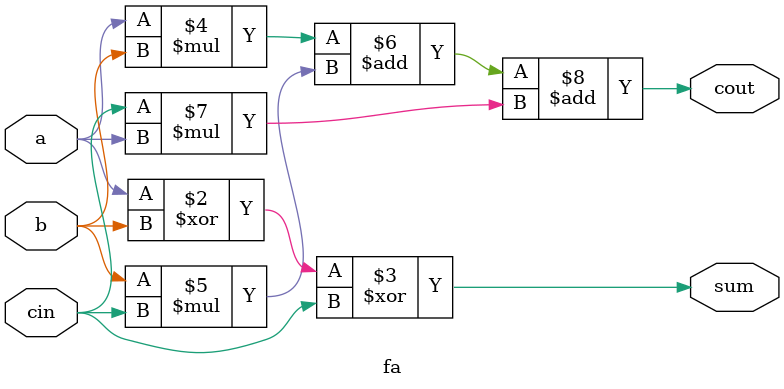
<source format=v>
`timescale 1ns / 1ps

module full_adder( a, b, cin,  sum, cout);
    parameter SIZE = 8; //can modify depending upon our need
    input [SIZE-1:0]a,b;
    output  [SIZE-1:0] sum;
    input cin;
    output  cout;
    genvar i; //this variable for generate block only 
    wire [SIZE-2:0]w; //the wire here needed 1 bit less then the inputs and outputs 

    fa fa0(a[0], b[0], cin, sum[0], w[0]); //first fa 

    generate for (i=1;i<SIZE-1;i=i+1) //to geenrate the many fa blocks
        begin: ripple
            fa fa1(a[i], b[i], w[i-1], sum[i], w[i]);
        end
    endgenerate

    fa fa2 (a[SIZE-1], b[SIZE-1], w[SIZE-2], sum[SIZE-1], cout); //last fa

endmodule

module fa(input a,b,cin,output reg sum,cout);
    always@(*)
    begin
        sum = a^b^cin;
        cout = a*b + b*cin + cin*a;
    end
endmodule

</source>
